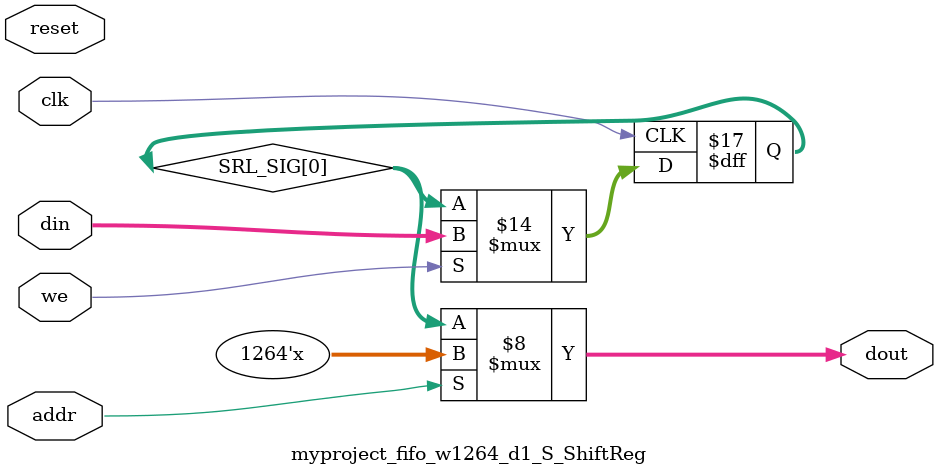
<source format=v>

`timescale 1 ns / 1 ps


module myproject_fifo_w1264_d1_S
#(parameter
    MEM_STYLE   = "shiftReg",
    DATA_WIDTH  = 1264,
    ADDR_WIDTH  = 1,
    DEPTH       = 1)
(
    // system signal
    input  wire                  clk,
    input  wire                  reset,

    // write
    output wire                  if_full_n,
    input  wire                  if_write_ce,
    input  wire                  if_write,
    input  wire [DATA_WIDTH-1:0] if_din,
    
    // read 
    output wire [ADDR_WIDTH:0]   if_num_data_valid, // for FRP
    output wire [ADDR_WIDTH:0]   if_fifo_cap,       // for FRP
    output wire                  if_empty_n,
    input  wire                  if_read_ce,
    input  wire                  if_read,
    output wire [DATA_WIDTH-1:0] if_dout
);
//------------------------Parameter----------------------

//------------------------Local signal-------------------
    wire [ADDR_WIDTH-1:0]     addr;
    wire                      push;
    wire                      pop;
    reg signed [ADDR_WIDTH:0] mOutPtr;
    reg                       empty_n = 1'b0;
    reg                       full_n  = 1'b1;
    // with almost full?  no 
    // has output register?  no 
//------------------------Instantiation------------------
    myproject_fifo_w1264_d1_S_ShiftReg 
    #(  .DATA_WIDTH (DATA_WIDTH),
        .ADDR_WIDTH (ADDR_WIDTH),
        .DEPTH      (DEPTH))
    U_myproject_fifo_w1264_d1_S_ShiftReg (
        .clk        (clk),
        .reset      (reset),
        .we         (push),
        .addr       (addr),
        .din        (if_din),
        .dout       (if_dout)
    );
//------------------------Task and function--------------

//------------------------Body---------------------------
    // has num_data_valid ? 
    assign if_num_data_valid = mOutPtr + 1'b1; // yes
    assign if_fifo_cap = DEPTH; // yes  

    // has almost full ? 
    assign if_full_n  = full_n; //no 
    assign push       = full_n & if_write_ce & if_write;

    // has output register? 
    assign if_empty_n = empty_n;  // no
    assign pop        = empty_n & if_read_ce & if_read; // no 

    assign addr       = mOutPtr[ADDR_WIDTH] == 1'b0 ? mOutPtr[ADDR_WIDTH-1:0] : {ADDR_WIDTH{1'b0}};

    // mOutPtr
    always @(posedge clk) begin
        if (reset == 1'b1)
            mOutPtr <= {ADDR_WIDTH+1{1'b1}};
        else if (push & ~pop)
            mOutPtr <= mOutPtr + 1'b1;
        else if (~push & pop)
            mOutPtr <= mOutPtr - 1'b1;
    end

    // full_n
    always @(posedge clk) begin
        if (reset == 1'b1)
            full_n <= 1'b1;
        else if (push & ~pop) begin
            if (mOutPtr == DEPTH - 2)
                full_n <= 1'b0;
        end
        else if (~push & pop)
            full_n <= 1'b1;
    end

    // almost_full_n 

    // empty_n
    always @(posedge clk) begin
        if (reset == 1'b1)
            empty_n <= 1'b0;
        else if (push & ~pop)
            empty_n <= 1'b1;
        else if (~push & pop) begin
            if (mOutPtr == 0)
                empty_n <= 1'b0;
        end
    end
 
    // num_data_valid 

    // dout_vld 

endmodule  


module myproject_fifo_w1264_d1_S_ShiftReg
#(parameter
    DATA_WIDTH  = 1264,
    ADDR_WIDTH  = 1,
    DEPTH       = 1)
(
    input  wire                  clk,
    input  wire                  reset,
    input  wire                  we,
    input  wire [ADDR_WIDTH-1:0] addr,
    input  wire [DATA_WIDTH-1:0] din,
    //output register? 
    output wire [DATA_WIDTH-1:0] dout // no 
);

    reg [DATA_WIDTH-1:0] SRL_SIG [0:DEPTH-1];
    integer i;

    always @ (posedge clk) begin
        if (we) begin
            for (i=0; i<DEPTH-1; i=i+1)
                SRL_SIG[i+1] <= SRL_SIG[i];
            SRL_SIG[0] <= din;
        end
    end

    //read from SRL, output register? 
    assign dout = SRL_SIG[addr];// no 

endmodule

</source>
